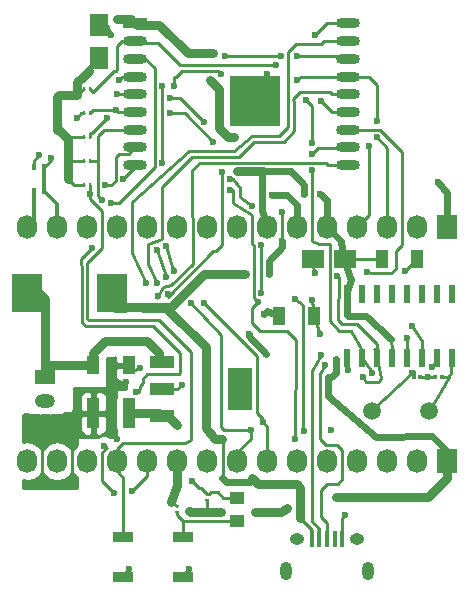
<source format=gbr>
G04 #@! TF.FileFunction,Copper,L1,Top,Signal*
%FSLAX46Y46*%
G04 Gerber Fmt 4.6, Leading zero omitted, Abs format (unit mm)*
G04 Created by KiCad (PCBNEW 4.0.3+e1-6302~38~ubuntu14.04.1-stable) date Tue Aug 30 16:59:56 2016*
%MOMM*%
%LPD*%
G01*
G04 APERTURE LIST*
%ADD10C,0.100000*%
%ADD11R,0.300000X0.350000*%
%ADD12R,1.000000X1.600000*%
%ADD13R,1.950720X1.501140*%
%ADD14R,1.000000X2.500000*%
%ADD15R,1.501140X1.950720*%
%ADD16R,1.250000X1.000000*%
%ADD17R,2.600000X3.200000*%
%ADD18R,1.727200X2.032000*%
%ADD19O,1.727200X2.032000*%
%ADD20R,1.700000X1.200000*%
%ADD21O,1.700000X1.200000*%
%ADD22R,0.400000X0.600000*%
%ADD23R,0.280000X0.430000*%
%ADD24R,0.430000X0.280000*%
%ADD25R,1.700000X0.900000*%
%ADD26R,0.600000X1.500000*%
%ADD27R,2.032000X3.657600*%
%ADD28R,2.032000X1.016000*%
%ADD29O,2.000000X0.900000*%
%ADD30R,2.000000X0.900000*%
%ADD31R,4.300000X4.300000*%
%ADD32R,0.400000X1.350000*%
%ADD33O,1.250000X0.950000*%
%ADD34O,1.000000X1.550000*%
%ADD35C,1.501140*%
%ADD36C,0.600000*%
%ADD37C,0.250000*%
%ADD38C,0.600000*%
%ADD39C,0.800000*%
%ADD40C,0.300000*%
%ADD41C,0.254000*%
G04 APERTURE END LIST*
D10*
D11*
X170665000Y-125160000D03*
X171215000Y-125160000D03*
X173015000Y-125160000D03*
X172465000Y-125160000D03*
D12*
X159240000Y-120060000D03*
X162240000Y-120060000D03*
D13*
X164864140Y-115210000D03*
X162115860Y-115210000D03*
D12*
X146534000Y-124206000D03*
X143534000Y-124206000D03*
X167940000Y-115210000D03*
X170940000Y-115210000D03*
D14*
X146534000Y-128270000D03*
X143534000Y-128270000D03*
D15*
X144018000Y-98148140D03*
X144018000Y-95399860D03*
D16*
X155702000Y-137398000D03*
X155702000Y-135398000D03*
D17*
X145078000Y-118110000D03*
X137878000Y-118110000D03*
D18*
X173482000Y-112522000D03*
D19*
X170942000Y-112522000D03*
X168402000Y-112522000D03*
X165862000Y-112522000D03*
X163322000Y-112522000D03*
X160782000Y-112522000D03*
X158242000Y-112522000D03*
X155702000Y-112522000D03*
X153162000Y-112522000D03*
X150622000Y-112522000D03*
X148082000Y-112522000D03*
X145542000Y-112522000D03*
X143002000Y-112522000D03*
X140462000Y-112522000D03*
X137922000Y-112522000D03*
D18*
X173482000Y-132334000D03*
D19*
X170942000Y-132334000D03*
X168402000Y-132334000D03*
X165862000Y-132334000D03*
X163322000Y-132334000D03*
X160782000Y-132334000D03*
X158242000Y-132334000D03*
X155702000Y-132334000D03*
X153162000Y-132334000D03*
X150622000Y-132334000D03*
X148082000Y-132334000D03*
X145542000Y-132334000D03*
X143002000Y-132334000D03*
X140462000Y-132334000D03*
X137922000Y-132334000D03*
D20*
X139446000Y-125222000D03*
D21*
X139446000Y-127222000D03*
D22*
X138488000Y-109474000D03*
X139388000Y-109474000D03*
X138488000Y-107442000D03*
X139388000Y-107442000D03*
D23*
X142747000Y-100838000D03*
X143257000Y-100838000D03*
X143257000Y-102870000D03*
X142747000Y-102870000D03*
X142747000Y-104902000D03*
X143257000Y-104902000D03*
X142747000Y-106934000D03*
X143257000Y-106934000D03*
X142747000Y-108966000D03*
X143257000Y-108966000D03*
D24*
X150622000Y-136143000D03*
X150622000Y-136653000D03*
X153162000Y-135637000D03*
X153162000Y-135127000D03*
D25*
X146050000Y-142162000D03*
X146050000Y-138762000D03*
X151130000Y-142162000D03*
X151130000Y-138762000D03*
D26*
X164995000Y-123560000D03*
X166265000Y-123560000D03*
X167535000Y-123560000D03*
X168805000Y-123560000D03*
X170075000Y-123560000D03*
X171345000Y-123560000D03*
X172615000Y-123560000D03*
X173885000Y-123560000D03*
X173885000Y-118160000D03*
X172615000Y-118160000D03*
X171345000Y-118160000D03*
X170075000Y-118160000D03*
X168805000Y-118160000D03*
X167535000Y-118160000D03*
X166265000Y-118160000D03*
X164995000Y-118160000D03*
D27*
X155956000Y-126238000D03*
D28*
X149352000Y-126238000D03*
X149352000Y-128524000D03*
X149352000Y-123952000D03*
D29*
X165066000Y-107250000D03*
X147066000Y-107250000D03*
D30*
X147066000Y-95250000D03*
D29*
X147066000Y-96750000D03*
X147066000Y-98250000D03*
X147066000Y-99750000D03*
X147066000Y-101250000D03*
X147066000Y-102750000D03*
X147066000Y-104250000D03*
X147066000Y-105750000D03*
X165066000Y-105750000D03*
X165066000Y-104250000D03*
X165066000Y-102750000D03*
X165066000Y-101250000D03*
X165066000Y-99750000D03*
X165066000Y-98250000D03*
X165066000Y-96750000D03*
X165066000Y-95250000D03*
D31*
X157186000Y-101830000D03*
D32*
X162021100Y-138899460D03*
X162671100Y-138899460D03*
X163321100Y-138899460D03*
X163971100Y-138899460D03*
X164621100Y-138899460D03*
D33*
X160821100Y-138899460D03*
X165821100Y-138899460D03*
D34*
X159821100Y-141599460D03*
X166821100Y-141599460D03*
D35*
X167099060Y-128060000D03*
X171980940Y-128060000D03*
D36*
X172190000Y-124310000D03*
X170540000Y-124810000D03*
X158640002Y-109810000D03*
X171840000Y-125210000D03*
X156740000Y-121560000D03*
X158190000Y-123210000D03*
X163640000Y-129660000D03*
X162740000Y-121560000D03*
X146304000Y-125603000D03*
X141986000Y-128270000D03*
X145542000Y-130429000D03*
X141859000Y-134112000D03*
X137922000Y-128524000D03*
X139192000Y-134112000D03*
X158242000Y-99568000D03*
X142113000Y-103251000D03*
X162814000Y-101854000D03*
X162306000Y-96266000D03*
X145034000Y-96266000D03*
X138938000Y-106426000D03*
X146050000Y-108458000D03*
X165090000Y-124610000D03*
X169890000Y-116210000D03*
X162290000Y-116410000D03*
X162090000Y-118660000D03*
X147447000Y-124460000D03*
X151003000Y-125857000D03*
X146558000Y-141478000D03*
X151638000Y-141478000D03*
X164846000Y-136906000D03*
X155702000Y-107786002D03*
X155448000Y-104902000D03*
X153416000Y-100076000D03*
X153670000Y-97790000D03*
X162690000Y-109710000D03*
X161390000Y-109710000D03*
X168740000Y-121960000D03*
X164090000Y-123760000D03*
X159893000Y-136271000D03*
X157226000Y-136652000D03*
X154305000Y-136652000D03*
X151638000Y-136525000D03*
X164084000Y-135382000D03*
X150114000Y-135763000D03*
X143129000Y-99314000D03*
X145542000Y-94869000D03*
X162690000Y-109710000D03*
X165340000Y-116960000D03*
X157988000Y-119888000D03*
X150622000Y-129286000D03*
X158369000Y-116459000D03*
X159540000Y-113710000D03*
X159540000Y-111260000D03*
X172720000Y-108712000D03*
X154432000Y-130429000D03*
X156972000Y-133731000D03*
X156337000Y-116459000D03*
X151892000Y-133985000D03*
X167513000Y-103505000D03*
X167513000Y-104902000D03*
X149890000Y-118160000D03*
X160782000Y-100076000D03*
X154432000Y-107823000D03*
X159004000Y-98806000D03*
X161544000Y-101727000D03*
X162052000Y-105410000D03*
X166878000Y-105664000D03*
X160782000Y-98044000D03*
X159390000Y-98010000D03*
X154686000Y-98044000D03*
X154305000Y-99568000D03*
X150368000Y-100584000D03*
X139954000Y-106680000D03*
X170090000Y-121860000D03*
X163140000Y-124210000D03*
X162790000Y-123360000D03*
X170490000Y-120910000D03*
X167090000Y-124810000D03*
X162052000Y-106299000D03*
X162052000Y-107696000D03*
X164190000Y-116610000D03*
X166690000Y-116260000D03*
X166340000Y-125160000D03*
X157734000Y-118110000D03*
X157734000Y-114046000D03*
X156972000Y-110744000D03*
X155067000Y-108458000D03*
X153670000Y-105283000D03*
X149987000Y-102870000D03*
X145415000Y-102616000D03*
X161390000Y-129760000D03*
X160590000Y-118560000D03*
X145542000Y-101219000D03*
X149987000Y-101600000D03*
X152908000Y-103632000D03*
X155067000Y-109347000D03*
X157480000Y-118872000D03*
X160640000Y-130410000D03*
X149690000Y-114060000D03*
X152890000Y-118960000D03*
X150340000Y-116210000D03*
X149352000Y-100584000D03*
X149352000Y-107061000D03*
X144653000Y-103251000D03*
X145669000Y-100076000D03*
X157861000Y-129032000D03*
X148890000Y-114410000D03*
X145034000Y-110490000D03*
X149690000Y-116760000D03*
X151790000Y-118910000D03*
X156845000Y-129667000D03*
X144399000Y-131064000D03*
X145288000Y-135001000D03*
X146812000Y-134874000D03*
X144272000Y-110236000D03*
X143383000Y-114300000D03*
X147190000Y-126460000D03*
X144526000Y-108966000D03*
X143256000Y-109728000D03*
X148990000Y-118310000D03*
X148890000Y-117260000D03*
X147990000Y-117260000D03*
D37*
X172615000Y-123560000D02*
X172215000Y-124335000D01*
X172215000Y-124335000D02*
X172190000Y-124310000D01*
X170665000Y-125160000D02*
X170690000Y-124660000D01*
X170690000Y-124660000D02*
X170540000Y-124810000D01*
X170540000Y-124810000D02*
X167140000Y-128010000D01*
D38*
X160782000Y-112522000D02*
X160782000Y-110652000D01*
X160782000Y-110652000D02*
X159940000Y-109810000D01*
X159940000Y-109810000D02*
X158640002Y-109810000D01*
D37*
X171215000Y-125160000D02*
X171790000Y-125160000D01*
X171890000Y-125160000D02*
X171840000Y-125210000D01*
X171890000Y-125160000D02*
X172465000Y-125160000D01*
X171790000Y-125160000D02*
X171840000Y-125210000D01*
D38*
X156740000Y-121760000D02*
X156740000Y-121560000D01*
X158190000Y-123210000D02*
X156740000Y-121760000D01*
D37*
X162240000Y-120060000D02*
X162240000Y-120136000D01*
X162240000Y-120136000D02*
X162740000Y-121560000D01*
X145034000Y-128270000D02*
X145034000Y-125984000D01*
X145034000Y-125984000D02*
X145923000Y-125984000D01*
X145923000Y-125984000D02*
X146304000Y-125603000D01*
X141986000Y-128270000D02*
X141732000Y-128524000D01*
X141732000Y-128524000D02*
X141732000Y-133985000D01*
X141732000Y-133985000D02*
X141859000Y-134112000D01*
X145034000Y-128270000D02*
X145034000Y-129794000D01*
X145034000Y-129794000D02*
X145034000Y-129921000D01*
X145034000Y-129921000D02*
X145542000Y-130429000D01*
X141986000Y-128270000D02*
X145034000Y-128270000D01*
X137922000Y-128524000D02*
X138557000Y-128524000D01*
X141097000Y-128270000D02*
X140843000Y-128524000D01*
X140843000Y-128524000D02*
X137922000Y-128524000D01*
X141097000Y-128270000D02*
X141986000Y-128270000D01*
X139192000Y-129159000D02*
X139192000Y-134112000D01*
X138557000Y-128524000D02*
X139192000Y-129159000D01*
X157186000Y-101830000D02*
X158242000Y-100774000D01*
X158242000Y-100774000D02*
X158242000Y-99568000D01*
X141986000Y-128270000D02*
X141986000Y-128397000D01*
X143534000Y-128270000D02*
X141986000Y-128270000D01*
X142747000Y-102870000D02*
X142494000Y-102870000D01*
X142494000Y-102870000D02*
X142113000Y-103251000D01*
X165066000Y-102750000D02*
X163710000Y-102750000D01*
X163710000Y-102750000D02*
X162814000Y-101854000D01*
X165066000Y-95250000D02*
X163322000Y-95250000D01*
X163322000Y-95250000D02*
X162306000Y-96266000D01*
X157186000Y-101830000D02*
X157186000Y-103418000D01*
X144018000Y-95399860D02*
X144675860Y-95399860D01*
X144675860Y-95399860D02*
X145034000Y-96266000D01*
X138488000Y-107442000D02*
X138488000Y-106876000D01*
X138488000Y-106876000D02*
X138938000Y-106426000D01*
X147066000Y-107250000D02*
X147066000Y-107442000D01*
X147066000Y-107442000D02*
X146050000Y-108458000D01*
X164995000Y-123560000D02*
X164995000Y-124289000D01*
X164995000Y-124289000D02*
X165090000Y-124610000D01*
X170940000Y-115210000D02*
X170964000Y-115210000D01*
X170964000Y-115210000D02*
X169890000Y-116210000D01*
X162115860Y-115210000D02*
X162115860Y-115867860D01*
X162115860Y-115867860D02*
X162290000Y-116410000D01*
X162240000Y-120060000D02*
X162066000Y-118636000D01*
X162066000Y-118636000D02*
X162090000Y-118660000D01*
X146534000Y-124206000D02*
X146534000Y-124738000D01*
X146534000Y-124738000D02*
X147447000Y-124460000D01*
X149352000Y-126238000D02*
X150622000Y-126238000D01*
X150622000Y-126238000D02*
X151003000Y-125857000D01*
X146050000Y-142162000D02*
X146050000Y-141986000D01*
X146050000Y-141986000D02*
X146558000Y-141478000D01*
X151130000Y-142162000D02*
X151130000Y-141986000D01*
X151130000Y-141986000D02*
X151638000Y-141478000D01*
X164621100Y-138899460D02*
X164621100Y-137130900D01*
X164621100Y-137130900D02*
X164846000Y-136906000D01*
X173015000Y-125160000D02*
X173540000Y-125160000D01*
X173540000Y-125160000D02*
X173640000Y-125060000D01*
X173640000Y-125160000D02*
X172940000Y-126410000D01*
X172940000Y-126410000D02*
X171980940Y-128060000D01*
X173885000Y-123560000D02*
X173840000Y-124910000D01*
X173640000Y-125060000D02*
X173640000Y-125060000D01*
X173840000Y-124910000D02*
X173640000Y-125060000D01*
X173640000Y-125060000D02*
X173640000Y-125160000D01*
X173640000Y-125160000D02*
X173640000Y-125211000D01*
D38*
X161390000Y-109710000D02*
X161390000Y-108910000D01*
D39*
X157873000Y-107786002D02*
X155702000Y-107786002D01*
X155448000Y-104902000D02*
X154940000Y-104902000D01*
X154940000Y-104902000D02*
X154178000Y-104140000D01*
X154178000Y-104140000D02*
X154178000Y-100838000D01*
X154178000Y-100838000D02*
X153416000Y-100076000D01*
X153670000Y-97790000D02*
X151892000Y-97790000D01*
X151892000Y-97790000D02*
X151511000Y-97790000D01*
X151511000Y-97790000D02*
X149098000Y-95377000D01*
X149098000Y-95377000D02*
X147193000Y-95377000D01*
D38*
X160266002Y-107786002D02*
X157873000Y-107786002D01*
X161390000Y-108910000D02*
X160266002Y-107786002D01*
X161390000Y-109710000D02*
X161358000Y-109678000D01*
D37*
X153162000Y-135637000D02*
X153162000Y-136652000D01*
X154297000Y-136660000D02*
X154305000Y-136652000D01*
X153170000Y-136660000D02*
X154297000Y-136660000D01*
X153162000Y-136652000D02*
X153170000Y-136660000D01*
D38*
X163440000Y-125160000D02*
X163690000Y-125160000D01*
X167440000Y-130310000D02*
X172212000Y-130175000D01*
X172212000Y-130175000D02*
X173482000Y-131445000D01*
X167440000Y-130310000D02*
X163440000Y-126760000D01*
X163440000Y-125160000D02*
X163440000Y-126760000D01*
X163690000Y-125160000D02*
X164040000Y-124810000D01*
X164040000Y-124810000D02*
X164040000Y-123660000D01*
X164040000Y-123660000D02*
X164090000Y-123710000D01*
X164090000Y-123710000D02*
X164090000Y-123760000D01*
D39*
X141351000Y-105029000D02*
X140462000Y-104140000D01*
X140462000Y-101473000D02*
X140462000Y-104140000D01*
D37*
X142113000Y-101346000D02*
X142112500Y-101346500D01*
D39*
X142112500Y-101346500D02*
X140589000Y-101346000D01*
X140589000Y-101346000D02*
X140462000Y-101473000D01*
X140462000Y-104140000D02*
X140462000Y-104267000D01*
X159893000Y-136271000D02*
X159385000Y-136652000D01*
X159385000Y-136652000D02*
X157226000Y-136652000D01*
X154305000Y-136652000D02*
X151765000Y-136652000D01*
X151765000Y-136652000D02*
X151638000Y-136525000D01*
X173482000Y-132334000D02*
X173482000Y-133731000D01*
X164084000Y-135382000D02*
X171831000Y-135382000D01*
X171831000Y-135382000D02*
X173482000Y-133731000D01*
X147193000Y-95377000D02*
X147066000Y-95250000D01*
X142113000Y-101346000D02*
X142113500Y-101345500D01*
X142113500Y-101345500D02*
X142113000Y-100203000D01*
D38*
X142113000Y-100203000D02*
X143129000Y-99314000D01*
D37*
X141351000Y-105029000D02*
X141478000Y-104902000D01*
X141478000Y-104902000D02*
X142747000Y-104902000D01*
X141351000Y-106807000D02*
X141478000Y-106934000D01*
X141478000Y-106934000D02*
X142747000Y-106934000D01*
X141351000Y-108458000D02*
X141859000Y-108966000D01*
X142747000Y-100838000D02*
X142113000Y-101346000D01*
D39*
X141351000Y-105029000D02*
X141351000Y-106807000D01*
X141351000Y-106807000D02*
X141351000Y-108458000D01*
D37*
X141859000Y-108966000D02*
X142747000Y-108966000D01*
D39*
X143129000Y-99314000D02*
X142621000Y-99822000D01*
X142621000Y-99822000D02*
X142113000Y-100203000D01*
X142113000Y-100203000D02*
X142113000Y-100331000D01*
D37*
X147066000Y-95250000D02*
X146685000Y-94869000D01*
D39*
X146685000Y-94869000D02*
X145542000Y-94869000D01*
D40*
X143129000Y-99314000D02*
X143129000Y-99037140D01*
X143129000Y-99037140D02*
X144018000Y-98148140D01*
D38*
X163322000Y-112522000D02*
X163322000Y-110236000D01*
X163322000Y-110236000D02*
X162690000Y-109710000D01*
X157840000Y-111060000D02*
X158242000Y-112522000D01*
X157840000Y-107810000D02*
X157840000Y-111060000D01*
D40*
X164864140Y-115210000D02*
X164633000Y-114978860D01*
D38*
X164633000Y-114978860D02*
X164465000Y-113665000D01*
X164465000Y-113665000D02*
X163322000Y-112522000D01*
X165340000Y-116960000D02*
X164760000Y-115314140D01*
D37*
X164760000Y-115314140D02*
X164864140Y-115210000D01*
X164864140Y-115210000D02*
X167940000Y-115210000D01*
D38*
X164973000Y-117868000D02*
X164995000Y-118160000D01*
X165340000Y-116960000D02*
X164973000Y-117868000D01*
X159240000Y-120060000D02*
X158242000Y-119634000D01*
X158242000Y-119634000D02*
X157988000Y-119888000D01*
X168740000Y-121960000D02*
X166640000Y-120010000D01*
X164990000Y-119910000D02*
X164995000Y-118160000D01*
X165074308Y-120047000D02*
X164990000Y-119910000D01*
X166640000Y-120010000D02*
X165074308Y-120047000D01*
D37*
X168805000Y-123560000D02*
X168783000Y-122944000D01*
X168783000Y-122944000D02*
X168740000Y-121960000D01*
X173482000Y-131445000D02*
X173482000Y-132334000D01*
D39*
X150622000Y-132334000D02*
X150622000Y-134366000D01*
X150622000Y-134366000D02*
X150114000Y-135763000D01*
D37*
X150114000Y-135763000D02*
X150622000Y-136143000D01*
D39*
X150622000Y-129286000D02*
X149860000Y-128524000D01*
X149860000Y-128524000D02*
X149352000Y-128524000D01*
X146534000Y-128270000D02*
X149098000Y-128270000D01*
X149098000Y-128270000D02*
X149352000Y-128524000D01*
X149098000Y-123698000D02*
X149098000Y-123190000D01*
X148082000Y-122174000D02*
X144526000Y-122174000D01*
X143534000Y-123166000D02*
X143534000Y-124206000D01*
X143534000Y-123166000D02*
X144018000Y-122682000D01*
X144526000Y-122174000D02*
X144018000Y-122682000D01*
X149098000Y-123190000D02*
X148082000Y-122174000D01*
X149098000Y-123698000D02*
X149352000Y-123952000D01*
X139446000Y-125222000D02*
X139446000Y-124714000D01*
X139446000Y-124714000D02*
X139954000Y-124206000D01*
X139954000Y-124206000D02*
X143534000Y-124206000D01*
X137878000Y-118110000D02*
X138938000Y-118110000D01*
X138938000Y-118110000D02*
X139446000Y-118618000D01*
X139446000Y-118618000D02*
X139446000Y-125222000D01*
D37*
X151130000Y-137414000D02*
X155686000Y-137414000D01*
X155686000Y-137414000D02*
X155702000Y-137398000D01*
X150622000Y-136653000D02*
X150622000Y-136906000D01*
X151130000Y-137414000D02*
X151130000Y-138762000D01*
X150622000Y-136906000D02*
X151130000Y-137414000D01*
X158369000Y-116459000D02*
X158369000Y-115331000D01*
D38*
X158369000Y-115331000D02*
X158369000Y-116459000D01*
D37*
X158369000Y-115331000D02*
X159540000Y-114160000D01*
X159540000Y-114160000D02*
X159540000Y-113710000D01*
X159540000Y-113710000D02*
X159540000Y-111260000D01*
D38*
X158369000Y-115331000D02*
X159540000Y-114160000D01*
X159540000Y-114160000D02*
X159540000Y-113710000D01*
X173482000Y-110363000D02*
X173482000Y-112522000D01*
X172720000Y-108712000D02*
X173482000Y-109601000D01*
X173482000Y-109601000D02*
X173482000Y-110363000D01*
D37*
X154490000Y-133760000D02*
X154490000Y-130487000D01*
X154490000Y-130487000D02*
X154432000Y-130429000D01*
D39*
X149890000Y-119310000D02*
X145340000Y-119260000D01*
X153797000Y-130429000D02*
X153035000Y-129540000D01*
X154432000Y-130429000D02*
X153797000Y-130429000D01*
X153035000Y-129540000D02*
X153035000Y-122682000D01*
X153035000Y-122682000D02*
X149840000Y-119510000D01*
X149840000Y-119510000D02*
X149890000Y-119310000D01*
D37*
X162021100Y-138899460D02*
X162021100Y-138145100D01*
D39*
X157480000Y-134239000D02*
X156972000Y-133731000D01*
X160782000Y-134239000D02*
X157480000Y-134239000D01*
X161036000Y-134620000D02*
X160782000Y-134239000D01*
X161036000Y-137160000D02*
X161036000Y-134620000D01*
D37*
X162021100Y-138145100D02*
X161036000Y-137160000D01*
D38*
X156972000Y-133731000D02*
X157020500Y-133779500D01*
X154790000Y-134060000D02*
X154490000Y-133760000D01*
X154490000Y-133760000D02*
X154440000Y-133710000D01*
X156790000Y-134060000D02*
X154790000Y-134060000D01*
X157020500Y-133829500D02*
X156790000Y-134060000D01*
X157020500Y-133779500D02*
X157020500Y-133829500D01*
D39*
X147358000Y-119291000D02*
X150076000Y-119291000D01*
X150076000Y-119291000D02*
X152908000Y-116459000D01*
X152908000Y-116459000D02*
X156337000Y-116459000D01*
X145340000Y-119310000D02*
X147358000Y-119291000D01*
X145340000Y-119260000D02*
X145340000Y-119310000D01*
D37*
X153162000Y-135127000D02*
X153323000Y-135127000D01*
X153323000Y-135127000D02*
X153490000Y-134960000D01*
X154105000Y-134960000D02*
X154543000Y-135398000D01*
X153490000Y-134960000D02*
X154105000Y-134960000D01*
X152645000Y-134610000D02*
X153162000Y-135127000D01*
X152517000Y-134610000D02*
X152645000Y-134610000D01*
X151892000Y-133985000D02*
X152517000Y-134610000D01*
X153162000Y-135127000D02*
X153034000Y-135127000D01*
X155702000Y-135398000D02*
X154543000Y-135398000D01*
X168402000Y-112522000D02*
X168402000Y-105791000D01*
X166878000Y-99822000D02*
X165138000Y-99822000D01*
X167513000Y-100457000D02*
X166878000Y-99822000D01*
X167513000Y-103505000D02*
X167513000Y-100457000D01*
X168402000Y-105791000D02*
X167513000Y-104902000D01*
X165138000Y-99822000D02*
X165066000Y-99750000D01*
X161108000Y-99750000D02*
X165066000Y-99750000D01*
X160782000Y-100076000D02*
X161108000Y-99750000D01*
X154432000Y-114046000D02*
X154432000Y-107823000D01*
X153924000Y-114554000D02*
X154432000Y-114046000D01*
X153644119Y-114556142D02*
X153924000Y-114554000D01*
X149890000Y-118405610D02*
X153644119Y-114556142D01*
X165862000Y-112522000D02*
X166878000Y-111506000D01*
X148971000Y-96901000D02*
X147217000Y-96901000D01*
X150876000Y-98806000D02*
X148971000Y-96901000D01*
X159004000Y-98806000D02*
X150876000Y-98806000D01*
X162052000Y-102235000D02*
X161544000Y-101727000D01*
X162052000Y-105410000D02*
X162052000Y-102235000D01*
X166878000Y-111506000D02*
X166878000Y-105664000D01*
X147217000Y-96901000D02*
X147066000Y-96750000D01*
X147066000Y-96750000D02*
X145947000Y-96750000D01*
X145947000Y-96750000D02*
X145542000Y-97155000D01*
X145542000Y-97155000D02*
X145542000Y-99187000D01*
X145542000Y-99187000D02*
X145415000Y-99314000D01*
X145415000Y-99314000D02*
X145288000Y-99314000D01*
X145288000Y-99314000D02*
X143510000Y-101092000D01*
X143510000Y-101092000D02*
X143510000Y-101091000D01*
X143510000Y-101091000D02*
X143257000Y-100838000D01*
X139388000Y-107442000D02*
X139954000Y-106876000D01*
X160782000Y-98044000D02*
X164860000Y-98044000D01*
X154686000Y-98044000D02*
X159390000Y-98010000D01*
X154051000Y-99314000D02*
X154305000Y-99568000D01*
X151003000Y-99314000D02*
X154051000Y-99314000D01*
X150552998Y-99764002D02*
X151003000Y-99314000D01*
X150368000Y-99764002D02*
X150552998Y-99764002D01*
X150368000Y-99822000D02*
X150368000Y-99764002D01*
X150368000Y-100076000D02*
X150368000Y-99822000D01*
X150368000Y-100584000D02*
X150368000Y-100076000D01*
X139954000Y-106876000D02*
X139954000Y-106680000D01*
X164860000Y-98044000D02*
X165066000Y-98250000D01*
D40*
X140462000Y-112522000D02*
X140462000Y-110548000D01*
X140462000Y-110548000D02*
X139388000Y-109474000D01*
X139388000Y-109474000D02*
X139388000Y-107442000D01*
X138488000Y-109474000D02*
X138488000Y-111956000D01*
X138488000Y-111956000D02*
X137922000Y-112522000D01*
D37*
X170090000Y-121860000D02*
X170075000Y-122892000D01*
X170075000Y-122892000D02*
X170075000Y-123560000D01*
X163321100Y-138899460D02*
X163321100Y-137540100D01*
X162690000Y-130410000D02*
X162690000Y-124960000D01*
X162690000Y-124960000D02*
X163140000Y-124210000D01*
X163240000Y-130960000D02*
X162690000Y-130410000D01*
X164140000Y-130960000D02*
X163240000Y-130960000D01*
X164590000Y-131410000D02*
X164140000Y-130960000D01*
X164592000Y-133858000D02*
X164590000Y-131410000D01*
X164211000Y-134239000D02*
X164592000Y-133858000D01*
X163322000Y-134239000D02*
X164211000Y-134239000D01*
X162814000Y-134747000D02*
X163322000Y-134239000D01*
X162814000Y-137033000D02*
X162814000Y-134747000D01*
X163321100Y-137540100D02*
X162814000Y-137033000D01*
X162671100Y-138033100D02*
X162052000Y-137414000D01*
X162052000Y-137414000D02*
X162052000Y-130810000D01*
X162052000Y-130810000D02*
X162040000Y-124710000D01*
X162040000Y-124710000D02*
X162790000Y-123360000D01*
X162671100Y-138899460D02*
X162671100Y-138033100D01*
X171390000Y-122110000D02*
X171345000Y-123560000D01*
X170490000Y-120910000D02*
X171390000Y-122110000D01*
X166265000Y-123560000D02*
X166265000Y-122892000D01*
X166265000Y-122892000D02*
X165345984Y-121265327D01*
X162560000Y-105791000D02*
X165025000Y-105791000D01*
X162052000Y-106299000D02*
X162560000Y-105791000D01*
X162040000Y-113660000D02*
X162052000Y-107696000D01*
X162640000Y-113910000D02*
X162040000Y-113660000D01*
X163540000Y-113910000D02*
X162640000Y-113910000D01*
X163540000Y-114510000D02*
X163540000Y-113910000D01*
X163540000Y-120460000D02*
X163540000Y-114510000D01*
X164340000Y-121260000D02*
X163540000Y-120460000D01*
X165345984Y-121265327D02*
X164340000Y-121260000D01*
X165025000Y-105791000D02*
X165066000Y-105750000D01*
X167190000Y-124810000D02*
X167190000Y-124810000D01*
X167190000Y-124810000D02*
X166265000Y-123560000D01*
X164240000Y-120360000D02*
X164590000Y-120710000D01*
X164190000Y-116610000D02*
X164340000Y-116760000D01*
X164340000Y-116760000D02*
X164240000Y-120360000D01*
X165083000Y-104267000D02*
X167767000Y-104267000D01*
X169672000Y-106172000D02*
X167767000Y-104267000D01*
X169672000Y-114046000D02*
X169672000Y-106172000D01*
X169164000Y-114554000D02*
X169672000Y-114046000D01*
X169190000Y-116060000D02*
X169164000Y-114554000D01*
X167140000Y-116360000D02*
X168740000Y-116360000D01*
X168740000Y-116360000D02*
X169190000Y-116060000D01*
X166690000Y-116260000D02*
X167140000Y-116360000D01*
X167535000Y-122405000D02*
X167535000Y-123560000D01*
X165840000Y-120710000D02*
X167535000Y-122405000D01*
X165290000Y-120710000D02*
X165840000Y-120710000D01*
X164590000Y-120710000D02*
X165290000Y-120710000D01*
X166340000Y-125160000D02*
X166602500Y-125610000D01*
X166602500Y-125610000D02*
X167723333Y-125610000D01*
X167723333Y-125610000D02*
X167890000Y-125310000D01*
X167890000Y-125310000D02*
X167535000Y-123560000D01*
X167535000Y-123560000D02*
X167513000Y-123075000D01*
X167513000Y-123075000D02*
X167259000Y-122821000D01*
X165083000Y-104267000D02*
X165066000Y-104250000D01*
X165066000Y-104250000D02*
X166099000Y-104250000D01*
X157734000Y-118110000D02*
X157734000Y-114046000D01*
X156972000Y-110744000D02*
X155956000Y-109982000D01*
X155956000Y-109982000D02*
X155956000Y-109220000D01*
X155956000Y-109220000D02*
X155321000Y-108458000D01*
X155321000Y-108458000D02*
X155067000Y-108458000D01*
X153670000Y-105283000D02*
X151257000Y-102870000D01*
X151257000Y-102870000D02*
X149987000Y-102870000D01*
X145415000Y-102616000D02*
X143511000Y-102616000D01*
X143511000Y-102616000D02*
X143257000Y-102870000D01*
X145549000Y-102750000D02*
X147066000Y-102750000D01*
X145415000Y-102616000D02*
X145549000Y-102750000D01*
X161390000Y-129760000D02*
X161263000Y-129633000D01*
X161263000Y-129633000D02*
X161290000Y-129810000D01*
X161290000Y-129810000D02*
X161290000Y-119110000D01*
X161290000Y-119110000D02*
X160590000Y-118560000D01*
X157480000Y-118872000D02*
X157099000Y-118491000D01*
X145573000Y-101250000D02*
X147066000Y-101250000D01*
X145542000Y-101219000D02*
X145573000Y-101250000D01*
X150876000Y-101600000D02*
X149987000Y-101600000D01*
X152908000Y-103632000D02*
X150876000Y-101600000D01*
X155321000Y-109347000D02*
X155067000Y-109347000D01*
X156972000Y-111506000D02*
X155321000Y-110490000D01*
X155321000Y-110490000D02*
X155321000Y-109347000D01*
X156972000Y-113919000D02*
X156972000Y-111506000D01*
X156972000Y-111506000D02*
X156972000Y-111506000D01*
X157099000Y-114046000D02*
X156972000Y-113919000D01*
X157099000Y-118491000D02*
X157099000Y-114046000D01*
X157099000Y-118491000D02*
X157099000Y-118491000D01*
X156972000Y-119380000D02*
X157480000Y-118872000D01*
X156972000Y-120650000D02*
X156972000Y-119380000D01*
X157607000Y-121285000D02*
X156972000Y-120650000D01*
X159893000Y-121285000D02*
X157607000Y-121285000D01*
X160655000Y-122047000D02*
X159893000Y-121285000D01*
X160640000Y-130410000D02*
X160655000Y-122047000D01*
X157861000Y-128778000D02*
X157353000Y-128270000D01*
X157353000Y-128270000D02*
X157353000Y-123444000D01*
X157353000Y-123444000D02*
X152890000Y-118960000D01*
X157861000Y-128778000D02*
X157861000Y-129032000D01*
X150140000Y-115560000D02*
X150340000Y-116210000D01*
X149690000Y-114060000D02*
X150140000Y-115560000D01*
X149352000Y-107061000D02*
X149352000Y-100584000D01*
X143257000Y-104902000D02*
X143256000Y-104901000D01*
X143256000Y-104901000D02*
X143256000Y-104521000D01*
X143256000Y-104521000D02*
X143383000Y-104521000D01*
X143383000Y-104521000D02*
X144653000Y-103251000D01*
X145995000Y-99750000D02*
X147066000Y-99750000D01*
X145669000Y-100076000D02*
X145995000Y-99750000D01*
X158242000Y-132334000D02*
X158242000Y-129413000D01*
X158242000Y-129413000D02*
X157861000Y-129032000D01*
X145034000Y-110490000D02*
X145669000Y-110490000D01*
X145669000Y-110490000D02*
X148717000Y-107442000D01*
X148717000Y-107442000D02*
X148717000Y-99060000D01*
X147907000Y-98250000D02*
X148717000Y-99060000D01*
X149690000Y-116643000D02*
X149690000Y-116760000D01*
X148890000Y-114410000D02*
X149690000Y-116643000D01*
X156845000Y-129667000D02*
X154559000Y-129667000D01*
X154559000Y-129667000D02*
X154305000Y-129413000D01*
X154305000Y-129413000D02*
X154305000Y-121666000D01*
X154305000Y-121666000D02*
X151790000Y-118910000D01*
X147907000Y-98250000D02*
X147066000Y-98250000D01*
X155702000Y-132334000D02*
X155702000Y-131572000D01*
X155702000Y-131572000D02*
X156845000Y-130429000D01*
X156845000Y-130429000D02*
X156845000Y-129667000D01*
X144272000Y-131572000D02*
X144653000Y-131191000D01*
X144272000Y-132715000D02*
X144272000Y-131572000D01*
X144272000Y-133985000D02*
X144272000Y-132715000D01*
X145288000Y-135001000D02*
X144272000Y-133985000D01*
X148082000Y-133604000D02*
X146812000Y-134874000D01*
X148082000Y-132334000D02*
X148082000Y-133604000D01*
X147447000Y-125984000D02*
X147444000Y-126460000D01*
X143891000Y-109855000D02*
X143891000Y-106934000D01*
X144272000Y-110236000D02*
X143891000Y-109855000D01*
X142494000Y-115189000D02*
X143383000Y-114300000D01*
X142494000Y-115697000D02*
X142494000Y-115189000D01*
X142551998Y-115754998D02*
X142494000Y-115697000D01*
X142551998Y-120580998D02*
X142551998Y-115754998D01*
X142875000Y-120904000D02*
X142551998Y-120580998D01*
X148590000Y-120904000D02*
X142875000Y-120904000D01*
X150876000Y-123190000D02*
X148590000Y-120904000D01*
X150876000Y-124841000D02*
X150876000Y-123190000D01*
X150749000Y-124968000D02*
X150876000Y-124841000D01*
X148082000Y-124968000D02*
X150749000Y-124968000D01*
X147701000Y-125349000D02*
X148082000Y-124968000D01*
X147701000Y-125730000D02*
X147701000Y-125349000D01*
X147447000Y-125984000D02*
X147701000Y-125730000D01*
X147444000Y-126460000D02*
X147190000Y-126460000D01*
X144526000Y-131064000D02*
X144653000Y-131191000D01*
X144399000Y-131064000D02*
X144526000Y-131064000D01*
X143891000Y-106934000D02*
X143257000Y-106934000D01*
X144416000Y-104250000D02*
X147066000Y-104250000D01*
X143891000Y-104775000D02*
X144416000Y-104250000D01*
X143891000Y-106934000D02*
X143891000Y-104775000D01*
X151765000Y-130519714D02*
X151765000Y-123063000D01*
X143257000Y-108966000D02*
X143256000Y-108967000D01*
X143256000Y-108967000D02*
X143256000Y-109728000D01*
X146517000Y-106299000D02*
X147066000Y-105750000D01*
X145669000Y-106299000D02*
X146517000Y-106299000D01*
X145415000Y-106553000D02*
X145669000Y-106299000D01*
X145415000Y-108585000D02*
X145415000Y-106553000D01*
X145034000Y-108966000D02*
X145415000Y-108585000D01*
X144526000Y-108966000D02*
X145034000Y-108966000D01*
X144272000Y-114300000D02*
X144272000Y-111125000D01*
X144272000Y-111125000D02*
X143256000Y-110109000D01*
X143256000Y-110109000D02*
X143256000Y-108967000D01*
X146050000Y-130810000D02*
X151257000Y-130810000D01*
X151257000Y-130810000D02*
X151765000Y-130519714D01*
X145542000Y-131318000D02*
X146050000Y-130810000D01*
X143002000Y-115570000D02*
X144272000Y-114300000D01*
X143002000Y-120269000D02*
X143002000Y-115570000D01*
X143129000Y-120396000D02*
X143002000Y-120269000D01*
X149098000Y-120396000D02*
X143129000Y-120396000D01*
X151765000Y-123063000D02*
X149098000Y-120396000D01*
X145542000Y-132334000D02*
X145542000Y-131318000D01*
X145669000Y-132461000D02*
X145669000Y-133350000D01*
X146050000Y-133731000D02*
X145669000Y-133350000D01*
X146050000Y-133731000D02*
X146050000Y-138762000D01*
X145669000Y-132461000D02*
X145542000Y-132334000D01*
X163384000Y-107250000D02*
X163195000Y-107061000D01*
X163195000Y-107061000D02*
X152527000Y-107061000D01*
X152527000Y-107061000D02*
X151892000Y-107696000D01*
X151892000Y-107696000D02*
X151940000Y-115610000D01*
X151940000Y-115610000D02*
X150140000Y-117360000D01*
X150140000Y-117360000D02*
X149440000Y-117560000D01*
X149440000Y-117560000D02*
X148940000Y-118460000D01*
X148940000Y-118460000D02*
X148990000Y-118310000D01*
X165066000Y-107250000D02*
X163384000Y-107250000D01*
X165066000Y-101250000D02*
X163734000Y-101250000D01*
X148140000Y-113922500D02*
X148140000Y-115641579D01*
X148140000Y-115641579D02*
X148890000Y-117260000D01*
X149340000Y-113510000D02*
X148140000Y-113922500D01*
X149352000Y-109093000D02*
X149340000Y-113510000D01*
X151892000Y-106553000D02*
X149352000Y-109093000D01*
X155829000Y-106553000D02*
X151892000Y-106553000D01*
X157099000Y-105283000D02*
X155829000Y-106553000D01*
X159639000Y-105283000D02*
X157099000Y-105283000D01*
X160528000Y-104394000D02*
X159639000Y-105283000D01*
X160528000Y-101784998D02*
X160528000Y-104394000D01*
X160470002Y-101727000D02*
X160528000Y-101784998D01*
X160470002Y-101657998D02*
X160470002Y-101727000D01*
X161036000Y-101092000D02*
X160470002Y-101657998D01*
X163576000Y-101092000D02*
X161036000Y-101092000D01*
X163734000Y-101250000D02*
X163576000Y-101092000D01*
X163092000Y-96750000D02*
X162814000Y-97028000D01*
X162814000Y-97028000D02*
X160655000Y-97028000D01*
X160655000Y-97028000D02*
X160020000Y-97663000D01*
X160020000Y-97663000D02*
X160020000Y-104013000D01*
X160020000Y-104013000D02*
X159258000Y-104775000D01*
X159258000Y-104775000D02*
X156972000Y-104775000D01*
X156972000Y-104775000D02*
X155448000Y-106045000D01*
X155448000Y-106045000D02*
X151638000Y-106045000D01*
X151638000Y-106045000D02*
X146812000Y-110363000D01*
X146812000Y-110363000D02*
X146840000Y-114710000D01*
X146840000Y-114710000D02*
X147990000Y-117260000D01*
X163092000Y-96750000D02*
X165066000Y-96750000D01*
D41*
G36*
X141942330Y-133578415D02*
X142113000Y-133692453D01*
X142113000Y-134620000D01*
X137541000Y-134620000D01*
X137541000Y-133941559D01*
X137922000Y-134017345D01*
X138495489Y-133903271D01*
X138981670Y-133578415D01*
X139192000Y-133263634D01*
X139402330Y-133578415D01*
X139888511Y-133903271D01*
X140462000Y-134017345D01*
X141035489Y-133903271D01*
X141521670Y-133578415D01*
X141732000Y-133263634D01*
X141942330Y-133578415D01*
X141942330Y-133578415D01*
G37*
X141942330Y-133578415D02*
X142113000Y-133692453D01*
X142113000Y-134620000D01*
X137541000Y-134620000D01*
X137541000Y-133941559D01*
X137922000Y-134017345D01*
X138495489Y-133903271D01*
X138981670Y-133578415D01*
X139192000Y-133263634D01*
X139402330Y-133578415D01*
X139888511Y-133903271D01*
X140462000Y-134017345D01*
X141035489Y-133903271D01*
X141521670Y-133578415D01*
X141732000Y-133263634D01*
X141942330Y-133578415D01*
G36*
X145399000Y-123920250D02*
X145557750Y-124079000D01*
X146407000Y-124079000D01*
X146407000Y-124059000D01*
X146661000Y-124059000D01*
X146661000Y-124079000D01*
X146681000Y-124079000D01*
X146681000Y-124333000D01*
X146661000Y-124333000D01*
X146661000Y-124353000D01*
X146407000Y-124353000D01*
X146407000Y-124333000D01*
X145557750Y-124333000D01*
X145399000Y-124491750D01*
X145399000Y-125132310D01*
X145495673Y-125365699D01*
X145674302Y-125544327D01*
X145907691Y-125641000D01*
X146248250Y-125641000D01*
X146406998Y-125482252D01*
X146406998Y-125607861D01*
X146381590Y-125613006D01*
X146339965Y-125641447D01*
X146312685Y-125683841D01*
X146304000Y-125730000D01*
X146304000Y-126155587D01*
X146269779Y-126238000D01*
X145542000Y-126238000D01*
X145492590Y-126248006D01*
X145450965Y-126276447D01*
X145423685Y-126318841D01*
X145415000Y-126365000D01*
X145415000Y-126879559D01*
X145386560Y-127020000D01*
X145386560Y-129520000D01*
X145415000Y-129671145D01*
X145415000Y-130302000D01*
X144959466Y-130302000D01*
X144929327Y-130271808D01*
X144585799Y-130129162D01*
X144223449Y-130128846D01*
X144393698Y-130058327D01*
X144572327Y-129879699D01*
X144669000Y-129646310D01*
X144669000Y-128555750D01*
X144510250Y-128397000D01*
X143661000Y-128397000D01*
X143661000Y-129996250D01*
X143819750Y-130155000D01*
X144150516Y-130155000D01*
X143870057Y-130270883D01*
X143838886Y-130302000D01*
X142240000Y-130302000D01*
X142190590Y-130312006D01*
X142148965Y-130340447D01*
X142121685Y-130382841D01*
X142113000Y-130429000D01*
X142113000Y-130975547D01*
X141942330Y-131089585D01*
X141732000Y-131404366D01*
X141521670Y-131089585D01*
X141035489Y-130764729D01*
X140462000Y-130650655D01*
X139888511Y-130764729D01*
X139402330Y-131089585D01*
X139192000Y-131404366D01*
X138981670Y-131089585D01*
X138495489Y-130764729D01*
X137922000Y-130650655D01*
X137541000Y-130726441D01*
X137541000Y-128555750D01*
X142399000Y-128555750D01*
X142399000Y-129646310D01*
X142495673Y-129879699D01*
X142674302Y-130058327D01*
X142907691Y-130155000D01*
X143248250Y-130155000D01*
X143407000Y-129996250D01*
X143407000Y-128397000D01*
X142557750Y-128397000D01*
X142399000Y-128555750D01*
X137541000Y-128555750D01*
X137541000Y-128397000D01*
X138853414Y-128397000D01*
X139123304Y-128467256D01*
X139207803Y-128397000D01*
X139684197Y-128397000D01*
X139768696Y-128467256D01*
X140038586Y-128397000D01*
X141732000Y-128397000D01*
X141781410Y-128386994D01*
X141823035Y-128358553D01*
X141850315Y-128316159D01*
X141859000Y-128270000D01*
X141859000Y-126893690D01*
X142399000Y-126893690D01*
X142399000Y-127984250D01*
X142557750Y-128143000D01*
X143407000Y-128143000D01*
X143407000Y-126543750D01*
X143661000Y-126543750D01*
X143661000Y-128143000D01*
X144510250Y-128143000D01*
X144669000Y-127984250D01*
X144669000Y-126893690D01*
X144572327Y-126660301D01*
X144393698Y-126481673D01*
X144160309Y-126385000D01*
X143819750Y-126385000D01*
X143661000Y-126543750D01*
X143407000Y-126543750D01*
X143248250Y-126385000D01*
X142907691Y-126385000D01*
X142674302Y-126481673D01*
X142495673Y-126660301D01*
X142399000Y-126893690D01*
X141859000Y-126893690D01*
X141859000Y-126111000D01*
X144526000Y-126111000D01*
X144575410Y-126100994D01*
X144617035Y-126072553D01*
X144644315Y-126030159D01*
X144653000Y-125984000D01*
X144653000Y-125146441D01*
X144681440Y-125006000D01*
X144681440Y-123571000D01*
X145288000Y-123571000D01*
X145337410Y-123560994D01*
X145379035Y-123532553D01*
X145399000Y-123501527D01*
X145399000Y-123920250D01*
X145399000Y-123920250D01*
G37*
X145399000Y-123920250D02*
X145557750Y-124079000D01*
X146407000Y-124079000D01*
X146407000Y-124059000D01*
X146661000Y-124059000D01*
X146661000Y-124079000D01*
X146681000Y-124079000D01*
X146681000Y-124333000D01*
X146661000Y-124333000D01*
X146661000Y-124353000D01*
X146407000Y-124353000D01*
X146407000Y-124333000D01*
X145557750Y-124333000D01*
X145399000Y-124491750D01*
X145399000Y-125132310D01*
X145495673Y-125365699D01*
X145674302Y-125544327D01*
X145907691Y-125641000D01*
X146248250Y-125641000D01*
X146406998Y-125482252D01*
X146406998Y-125607861D01*
X146381590Y-125613006D01*
X146339965Y-125641447D01*
X146312685Y-125683841D01*
X146304000Y-125730000D01*
X146304000Y-126155587D01*
X146269779Y-126238000D01*
X145542000Y-126238000D01*
X145492590Y-126248006D01*
X145450965Y-126276447D01*
X145423685Y-126318841D01*
X145415000Y-126365000D01*
X145415000Y-126879559D01*
X145386560Y-127020000D01*
X145386560Y-129520000D01*
X145415000Y-129671145D01*
X145415000Y-130302000D01*
X144959466Y-130302000D01*
X144929327Y-130271808D01*
X144585799Y-130129162D01*
X144223449Y-130128846D01*
X144393698Y-130058327D01*
X144572327Y-129879699D01*
X144669000Y-129646310D01*
X144669000Y-128555750D01*
X144510250Y-128397000D01*
X143661000Y-128397000D01*
X143661000Y-129996250D01*
X143819750Y-130155000D01*
X144150516Y-130155000D01*
X143870057Y-130270883D01*
X143838886Y-130302000D01*
X142240000Y-130302000D01*
X142190590Y-130312006D01*
X142148965Y-130340447D01*
X142121685Y-130382841D01*
X142113000Y-130429000D01*
X142113000Y-130975547D01*
X141942330Y-131089585D01*
X141732000Y-131404366D01*
X141521670Y-131089585D01*
X141035489Y-130764729D01*
X140462000Y-130650655D01*
X139888511Y-130764729D01*
X139402330Y-131089585D01*
X139192000Y-131404366D01*
X138981670Y-131089585D01*
X138495489Y-130764729D01*
X137922000Y-130650655D01*
X137541000Y-130726441D01*
X137541000Y-128555750D01*
X142399000Y-128555750D01*
X142399000Y-129646310D01*
X142495673Y-129879699D01*
X142674302Y-130058327D01*
X142907691Y-130155000D01*
X143248250Y-130155000D01*
X143407000Y-129996250D01*
X143407000Y-128397000D01*
X142557750Y-128397000D01*
X142399000Y-128555750D01*
X137541000Y-128555750D01*
X137541000Y-128397000D01*
X138853414Y-128397000D01*
X139123304Y-128467256D01*
X139207803Y-128397000D01*
X139684197Y-128397000D01*
X139768696Y-128467256D01*
X140038586Y-128397000D01*
X141732000Y-128397000D01*
X141781410Y-128386994D01*
X141823035Y-128358553D01*
X141850315Y-128316159D01*
X141859000Y-128270000D01*
X141859000Y-126893690D01*
X142399000Y-126893690D01*
X142399000Y-127984250D01*
X142557750Y-128143000D01*
X143407000Y-128143000D01*
X143407000Y-126543750D01*
X143661000Y-126543750D01*
X143661000Y-128143000D01*
X144510250Y-128143000D01*
X144669000Y-127984250D01*
X144669000Y-126893690D01*
X144572327Y-126660301D01*
X144393698Y-126481673D01*
X144160309Y-126385000D01*
X143819750Y-126385000D01*
X143661000Y-126543750D01*
X143407000Y-126543750D01*
X143248250Y-126385000D01*
X142907691Y-126385000D01*
X142674302Y-126481673D01*
X142495673Y-126660301D01*
X142399000Y-126893690D01*
X141859000Y-126893690D01*
X141859000Y-126111000D01*
X144526000Y-126111000D01*
X144575410Y-126100994D01*
X144617035Y-126072553D01*
X144644315Y-126030159D01*
X144653000Y-125984000D01*
X144653000Y-125146441D01*
X144681440Y-125006000D01*
X144681440Y-123571000D01*
X145288000Y-123571000D01*
X145337410Y-123560994D01*
X145379035Y-123532553D01*
X145399000Y-123501527D01*
X145399000Y-123920250D01*
M02*

</source>
